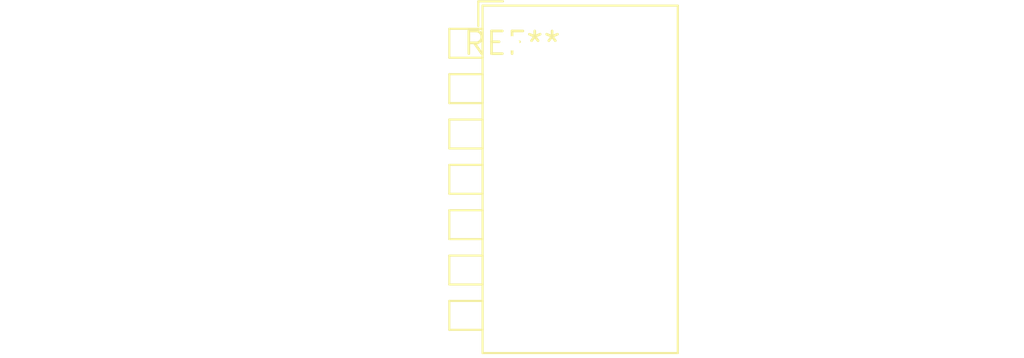
<source format=kicad_pcb>
(kicad_pcb (version 20240108) (generator pcbnew)
  (layers (0 "F.Cu" signal) (31 "B.Cu" signal) (34 "B.Paste" user) (35 "F.Paste" user) (36 "B.SilkS" user "B.Silkscreen") (37 "F.SilkS" user "F.Silkscreen") (38 "B.Mask" user) (39 "F.Mask" user) (44 "Edge.Cuts" user))
  (net 0 "")
  (footprint "SW_DIP_SPSTx07_Piano_10.8x19.34mm_W7.62mm_P2.54mm" (layer "F.Cu") (at 0 0)
    (property "Reference" "REF**")
    (property "Value" "SW_DIP_SPSTx07_Piano_10.8x19.34mm_W7.62mm_P2.54mm")
    (fp_line (start -3.51 -0.81) (end -3.51 0.81) (layer "F.SilkS") (stroke (width 0.12)))
    (fp_line (start -3.51 -0.81) (end -1.65 -0.81) (layer "F.SilkS") (stroke (width 0.12)))
    (fp_line (start -3.51 0.81) (end -1.65 0.81) (layer "F.SilkS") (stroke (width 0.12)))
    (fp_line (start -3.51 1.73) (end -3.51 3.35) (layer "F.SilkS") (stroke (width 0.12)))
    (fp_line (start -3.51 1.73) (end -1.65 1.73) (layer "F.SilkS") (stroke (width 0.12)))
    (fp_line (start -3.51 3.35) (end -1.65 3.35) (layer "F.SilkS") (stroke (width 0.12)))
    (fp_line (start -3.51 4.27) (end -3.51 5.89) (layer "F.SilkS") (stroke (width 0.12)))
    (fp_line (start -3.51 4.27) (end -1.65 4.27) (layer "F.SilkS") (stroke (width 0.12)))
    (fp_line (start -3.51 5.89) (end -1.65 5.89) (layer "F.SilkS") (stroke (width 0.12)))
    (fp_line (start -3.51 6.81) (end -3.51 8.43) (layer "F.SilkS") (stroke (width 0.12)))
    (fp_line (start -3.51 6.81) (end -1.65 6.81) (layer "F.SilkS") (stroke (width 0.12)))
    (fp_line (start -3.51 8.43) (end -1.65 8.43) (layer "F.SilkS") (stroke (width 0.12)))
    (fp_line (start -3.51 9.35) (end -3.51 10.97) (layer "F.SilkS") (stroke (width 0.12)))
    (fp_line (start -3.51 9.35) (end -1.65 9.35) (layer "F.SilkS") (stroke (width 0.12)))
    (fp_line (start -3.51 10.97) (end -1.65 10.97) (layer "F.SilkS") (stroke (width 0.12)))
    (fp_line (start -3.51 11.89) (end -3.51 13.51) (layer "F.SilkS") (stroke (width 0.12)))
    (fp_line (start -3.51 11.89) (end -1.65 11.89) (layer "F.SilkS") (stroke (width 0.12)))
    (fp_line (start -3.51 13.51) (end -1.65 13.51) (layer "F.SilkS") (stroke (width 0.12)))
    (fp_line (start -3.51 14.43) (end -3.51 16.05) (layer "F.SilkS") (stroke (width 0.12)))
    (fp_line (start -3.51 14.43) (end -1.65 14.43) (layer "F.SilkS") (stroke (width 0.12)))
    (fp_line (start -3.51 16.05) (end -1.65 16.05) (layer "F.SilkS") (stroke (width 0.12)))
    (fp_line (start -1.89 -2.35) (end -1.89 -0.967) (layer "F.SilkS") (stroke (width 0.12)))
    (fp_line (start -1.89 -2.35) (end -0.507 -2.35) (layer "F.SilkS") (stroke (width 0.12)))
    (fp_line (start -1.65 -2.11) (end -1.65 17.35) (layer "F.SilkS") (stroke (width 0.12)))
    (fp_line (start -1.65 -2.11) (end 9.27 -2.11) (layer "F.SilkS") (stroke (width 0.12)))
    (fp_line (start -1.65 -0.81) (end -1.65 0.81) (layer "F.SilkS") (stroke (width 0.12)))
    (fp_line (start -1.65 1.73) (end -1.65 3.35) (layer "F.SilkS") (stroke (width 0.12)))
    (fp_line (start -1.65 4.27) (end -1.65 5.89) (layer "F.SilkS") (stroke (width 0.12)))
    (fp_line (start -1.65 6.81) (end -1.65 8.43) (layer "F.SilkS") (stroke (width 0.12)))
    (fp_line (start -1.65 9.35) (end -1.65 10.97) (layer "F.SilkS") (stroke (width 0.12)))
    (fp_line (start -1.65 11.89) (end -1.65 13.51) (layer "F.SilkS") (stroke (width 0.12)))
    (fp_line (start -1.65 14.43) (end -1.65 16.05) (layer "F.SilkS") (stroke (width 0.12)))
    (fp_line (start -1.65 17.35) (end 9.27 17.35) (layer "F.SilkS") (stroke (width 0.12)))
    (fp_line (start 9.27 -2.11) (end 9.27 17.35) (layer "F.SilkS") (stroke (width 0.12)))
    (pad "1" thru_hole rect (at 0 0) (size 1.6 1.6) (drill 0.8) (layers *.Cu *.Mask) (remove_unused_layers))
    (pad "2" thru_hole oval (at 0 2.54) (size 1.6 1.6) (drill 0.8) (layers *.Cu *.Mask) (remove_unused_layers))
    (pad "3" thru_hole oval (at 0 5.08) (size 1.6 1.6) (drill 0.8) (layers *.Cu *.Mask) (remove_unused_layers))
    (pad "4" thru_hole oval (at 0 7.62) (size 1.6 1.6) (drill 0.8) (layers *.Cu *.Mask) (remove_unused_layers))
    (pad "5" thru_hole oval (at 0 10.16) (size 1.6 1.6) (drill 0.8) (layers *.Cu *.Mask) (remove_unused_layers))
    (pad "6" thru_hole oval (at 0 12.7) (size 1.6 1.6) (drill 0.8) (layers *.Cu *.Mask) (remove_unused_layers))
    (pad "7" thru_hole oval (at 0 15.24) (size 1.6 1.6) (drill 0.8) (layers *.Cu *.Mask) (remove_unused_layers))
    (pad "8" thru_hole oval (at 7.62 15.24) (size 1.6 1.6) (drill 0.8) (layers *.Cu *.Mask) (remove_unused_layers))
    (pad "9" thru_hole oval (at 7.62 12.7) (size 1.6 1.6) (drill 0.8) (layers *.Cu *.Mask) (remove_unused_layers))
    (pad "10" thru_hole oval (at 7.62 10.16) (size 1.6 1.6) (drill 0.8) (layers *.Cu *.Mask) (remove_unused_layers))
    (pad "11" thru_hole oval (at 7.62 7.62) (size 1.6 1.6) (drill 0.8) (layers *.Cu *.Mask) (remove_unused_layers))
    (pad "12" thru_hole oval (at 7.62 5.08) (size 1.6 1.6) (drill 0.8) (layers *.Cu *.Mask) (remove_unused_layers))
    (pad "13" thru_hole oval (at 7.62 2.54) (size 1.6 1.6) (drill 0.8) (layers *.Cu *.Mask) (remove_unused_layers))
    (pad "14" thru_hole oval (at 7.62 0) (size 1.6 1.6) (drill 0.8) (layers *.Cu *.Mask) (remove_unused_layers))
  )
)
</source>
